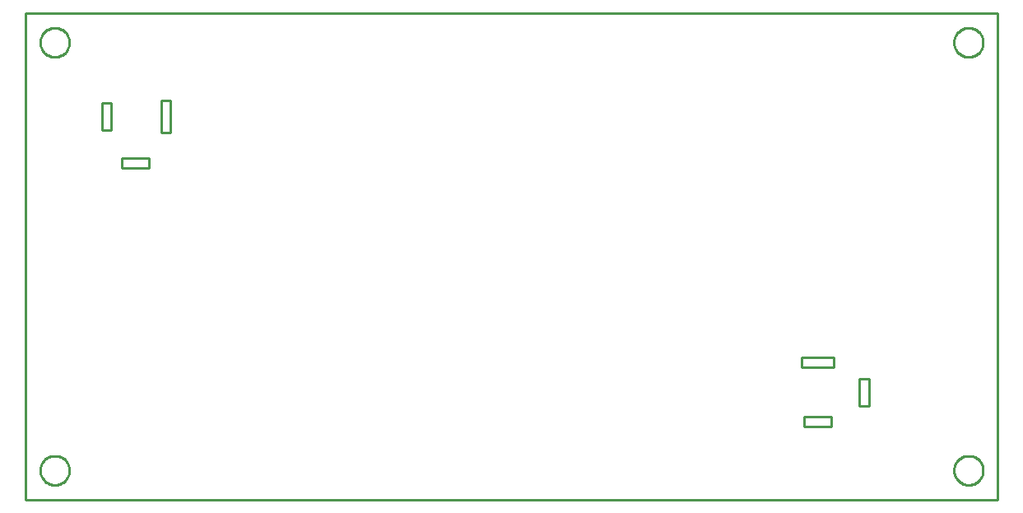
<source format=gbr>
G04 EAGLE Gerber RS-274X export*
G75*
%MOMM*%
%FSLAX34Y34*%
%LPD*%
%IN*%
%IPPOS*%
%AMOC8*
5,1,8,0,0,1.08239X$1,22.5*%
G01*
%ADD10C,0.254000*%


D10*
X0Y0D02*
X1000000Y0D01*
X1000000Y500000D01*
X0Y500000D01*
X0Y0D01*
X800500Y75100D02*
X828500Y75100D01*
X828500Y85100D01*
X800500Y85100D01*
X800500Y75100D01*
X99300Y340700D02*
X127300Y340700D01*
X127300Y350700D01*
X99300Y350700D01*
X99300Y340700D01*
X857500Y96100D02*
X867500Y96100D01*
X867500Y124100D01*
X857500Y124100D01*
X857500Y96100D01*
X78300Y379700D02*
X88300Y379700D01*
X88300Y407700D01*
X78300Y407700D01*
X78300Y379700D01*
X139300Y377200D02*
X149300Y377200D01*
X149300Y410200D01*
X139300Y410200D01*
X139300Y377200D01*
X798000Y136100D02*
X831000Y136100D01*
X831000Y146100D01*
X798000Y146100D01*
X798000Y136100D01*
X985000Y469464D02*
X984924Y468396D01*
X984771Y467335D01*
X984543Y466288D01*
X984241Y465260D01*
X983867Y464256D01*
X983422Y463281D01*
X982908Y462341D01*
X982329Y461440D01*
X981687Y460582D01*
X980985Y459772D01*
X980228Y459015D01*
X979418Y458313D01*
X978560Y457671D01*
X977659Y457092D01*
X976719Y456578D01*
X975744Y456133D01*
X974740Y455759D01*
X973712Y455457D01*
X972665Y455229D01*
X971604Y455076D01*
X970536Y455000D01*
X969464Y455000D01*
X968396Y455076D01*
X967335Y455229D01*
X966288Y455457D01*
X965260Y455759D01*
X964256Y456133D01*
X963281Y456578D01*
X962341Y457092D01*
X961440Y457671D01*
X960582Y458313D01*
X959772Y459015D01*
X959015Y459772D01*
X958313Y460582D01*
X957671Y461440D01*
X957092Y462341D01*
X956578Y463281D01*
X956133Y464256D01*
X955759Y465260D01*
X955457Y466288D01*
X955229Y467335D01*
X955076Y468396D01*
X955000Y469464D01*
X955000Y470536D01*
X955076Y471604D01*
X955229Y472665D01*
X955457Y473712D01*
X955759Y474740D01*
X956133Y475744D01*
X956578Y476719D01*
X957092Y477659D01*
X957671Y478560D01*
X958313Y479418D01*
X959015Y480228D01*
X959772Y480985D01*
X960582Y481687D01*
X961440Y482329D01*
X962341Y482908D01*
X963281Y483422D01*
X964256Y483867D01*
X965260Y484241D01*
X966288Y484543D01*
X967335Y484771D01*
X968396Y484924D01*
X969464Y485000D01*
X970536Y485000D01*
X971604Y484924D01*
X972665Y484771D01*
X973712Y484543D01*
X974740Y484241D01*
X975744Y483867D01*
X976719Y483422D01*
X977659Y482908D01*
X978560Y482329D01*
X979418Y481687D01*
X980228Y480985D01*
X980985Y480228D01*
X981687Y479418D01*
X982329Y478560D01*
X982908Y477659D01*
X983422Y476719D01*
X983867Y475744D01*
X984241Y474740D01*
X984543Y473712D01*
X984771Y472665D01*
X984924Y471604D01*
X985000Y470536D01*
X985000Y469464D01*
X985000Y29464D02*
X984924Y28396D01*
X984771Y27335D01*
X984543Y26288D01*
X984241Y25260D01*
X983867Y24256D01*
X983422Y23281D01*
X982908Y22341D01*
X982329Y21440D01*
X981687Y20582D01*
X980985Y19772D01*
X980228Y19015D01*
X979418Y18313D01*
X978560Y17671D01*
X977659Y17092D01*
X976719Y16578D01*
X975744Y16133D01*
X974740Y15759D01*
X973712Y15457D01*
X972665Y15229D01*
X971604Y15076D01*
X970536Y15000D01*
X969464Y15000D01*
X968396Y15076D01*
X967335Y15229D01*
X966288Y15457D01*
X965260Y15759D01*
X964256Y16133D01*
X963281Y16578D01*
X962341Y17092D01*
X961440Y17671D01*
X960582Y18313D01*
X959772Y19015D01*
X959015Y19772D01*
X958313Y20582D01*
X957671Y21440D01*
X957092Y22341D01*
X956578Y23281D01*
X956133Y24256D01*
X955759Y25260D01*
X955457Y26288D01*
X955229Y27335D01*
X955076Y28396D01*
X955000Y29464D01*
X955000Y30536D01*
X955076Y31604D01*
X955229Y32665D01*
X955457Y33712D01*
X955759Y34740D01*
X956133Y35744D01*
X956578Y36719D01*
X957092Y37659D01*
X957671Y38560D01*
X958313Y39418D01*
X959015Y40228D01*
X959772Y40985D01*
X960582Y41687D01*
X961440Y42329D01*
X962341Y42908D01*
X963281Y43422D01*
X964256Y43867D01*
X965260Y44241D01*
X966288Y44543D01*
X967335Y44771D01*
X968396Y44924D01*
X969464Y45000D01*
X970536Y45000D01*
X971604Y44924D01*
X972665Y44771D01*
X973712Y44543D01*
X974740Y44241D01*
X975744Y43867D01*
X976719Y43422D01*
X977659Y42908D01*
X978560Y42329D01*
X979418Y41687D01*
X980228Y40985D01*
X980985Y40228D01*
X981687Y39418D01*
X982329Y38560D01*
X982908Y37659D01*
X983422Y36719D01*
X983867Y35744D01*
X984241Y34740D01*
X984543Y33712D01*
X984771Y32665D01*
X984924Y31604D01*
X985000Y30536D01*
X985000Y29464D01*
X45000Y469464D02*
X44924Y468396D01*
X44771Y467335D01*
X44543Y466288D01*
X44241Y465260D01*
X43867Y464256D01*
X43422Y463281D01*
X42908Y462341D01*
X42329Y461440D01*
X41687Y460582D01*
X40985Y459772D01*
X40228Y459015D01*
X39418Y458313D01*
X38560Y457671D01*
X37659Y457092D01*
X36719Y456578D01*
X35744Y456133D01*
X34740Y455759D01*
X33712Y455457D01*
X32665Y455229D01*
X31604Y455076D01*
X30536Y455000D01*
X29464Y455000D01*
X28396Y455076D01*
X27335Y455229D01*
X26288Y455457D01*
X25260Y455759D01*
X24256Y456133D01*
X23281Y456578D01*
X22341Y457092D01*
X21440Y457671D01*
X20582Y458313D01*
X19772Y459015D01*
X19015Y459772D01*
X18313Y460582D01*
X17671Y461440D01*
X17092Y462341D01*
X16578Y463281D01*
X16133Y464256D01*
X15759Y465260D01*
X15457Y466288D01*
X15229Y467335D01*
X15076Y468396D01*
X15000Y469464D01*
X15000Y470536D01*
X15076Y471604D01*
X15229Y472665D01*
X15457Y473712D01*
X15759Y474740D01*
X16133Y475744D01*
X16578Y476719D01*
X17092Y477659D01*
X17671Y478560D01*
X18313Y479418D01*
X19015Y480228D01*
X19772Y480985D01*
X20582Y481687D01*
X21440Y482329D01*
X22341Y482908D01*
X23281Y483422D01*
X24256Y483867D01*
X25260Y484241D01*
X26288Y484543D01*
X27335Y484771D01*
X28396Y484924D01*
X29464Y485000D01*
X30536Y485000D01*
X31604Y484924D01*
X32665Y484771D01*
X33712Y484543D01*
X34740Y484241D01*
X35744Y483867D01*
X36719Y483422D01*
X37659Y482908D01*
X38560Y482329D01*
X39418Y481687D01*
X40228Y480985D01*
X40985Y480228D01*
X41687Y479418D01*
X42329Y478560D01*
X42908Y477659D01*
X43422Y476719D01*
X43867Y475744D01*
X44241Y474740D01*
X44543Y473712D01*
X44771Y472665D01*
X44924Y471604D01*
X45000Y470536D01*
X45000Y469464D01*
X45000Y29464D02*
X44924Y28396D01*
X44771Y27335D01*
X44543Y26288D01*
X44241Y25260D01*
X43867Y24256D01*
X43422Y23281D01*
X42908Y22341D01*
X42329Y21440D01*
X41687Y20582D01*
X40985Y19772D01*
X40228Y19015D01*
X39418Y18313D01*
X38560Y17671D01*
X37659Y17092D01*
X36719Y16578D01*
X35744Y16133D01*
X34740Y15759D01*
X33712Y15457D01*
X32665Y15229D01*
X31604Y15076D01*
X30536Y15000D01*
X29464Y15000D01*
X28396Y15076D01*
X27335Y15229D01*
X26288Y15457D01*
X25260Y15759D01*
X24256Y16133D01*
X23281Y16578D01*
X22341Y17092D01*
X21440Y17671D01*
X20582Y18313D01*
X19772Y19015D01*
X19015Y19772D01*
X18313Y20582D01*
X17671Y21440D01*
X17092Y22341D01*
X16578Y23281D01*
X16133Y24256D01*
X15759Y25260D01*
X15457Y26288D01*
X15229Y27335D01*
X15076Y28396D01*
X15000Y29464D01*
X15000Y30536D01*
X15076Y31604D01*
X15229Y32665D01*
X15457Y33712D01*
X15759Y34740D01*
X16133Y35744D01*
X16578Y36719D01*
X17092Y37659D01*
X17671Y38560D01*
X18313Y39418D01*
X19015Y40228D01*
X19772Y40985D01*
X20582Y41687D01*
X21440Y42329D01*
X22341Y42908D01*
X23281Y43422D01*
X24256Y43867D01*
X25260Y44241D01*
X26288Y44543D01*
X27335Y44771D01*
X28396Y44924D01*
X29464Y45000D01*
X30536Y45000D01*
X31604Y44924D01*
X32665Y44771D01*
X33712Y44543D01*
X34740Y44241D01*
X35744Y43867D01*
X36719Y43422D01*
X37659Y42908D01*
X38560Y42329D01*
X39418Y41687D01*
X40228Y40985D01*
X40985Y40228D01*
X41687Y39418D01*
X42329Y38560D01*
X42908Y37659D01*
X43422Y36719D01*
X43867Y35744D01*
X44241Y34740D01*
X44543Y33712D01*
X44771Y32665D01*
X44924Y31604D01*
X45000Y30536D01*
X45000Y29464D01*
M02*

</source>
